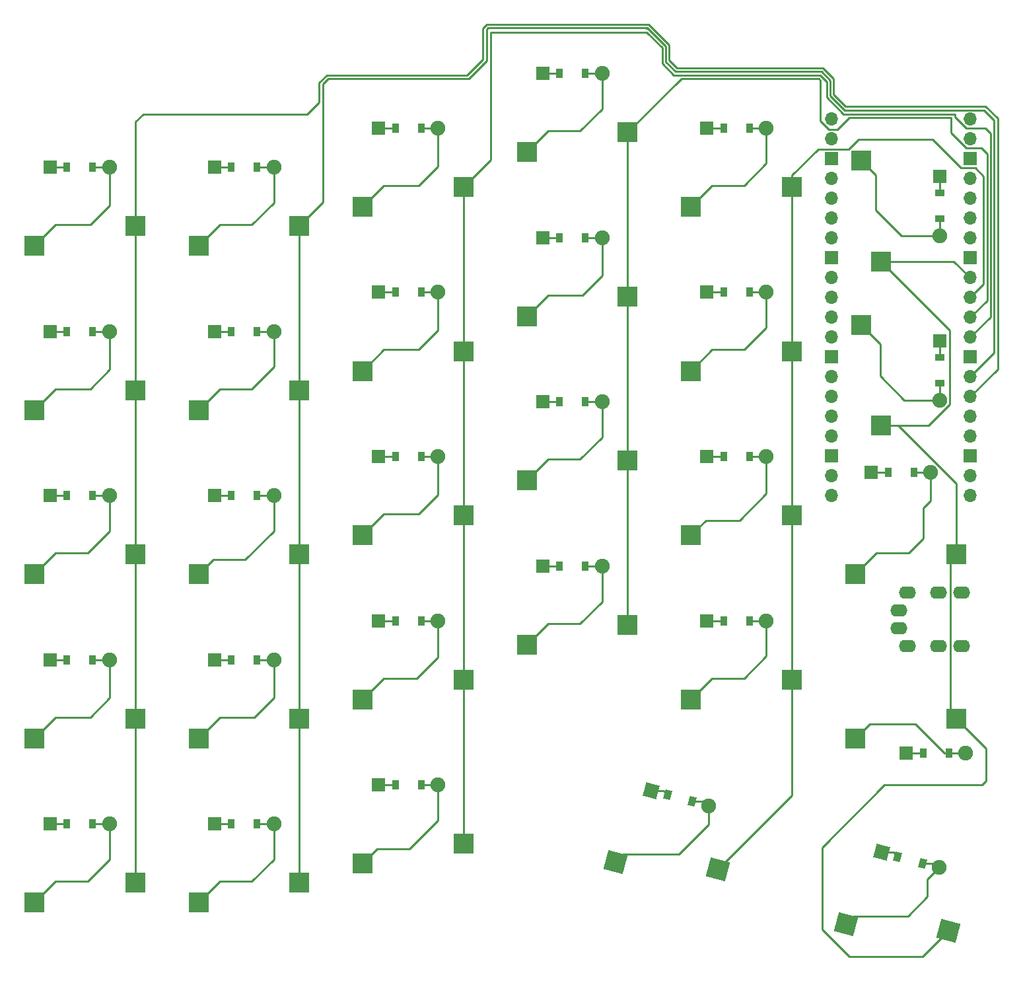
<source format=gbr>
%TF.GenerationSoftware,KiCad,Pcbnew,9.0.3-1.fc42*%
%TF.CreationDate,2025-08-09T15:12:38+02:00*%
%TF.ProjectId,left_traced,6c656674-5f74-4726-9163-65642e6b6963,v1.0.0*%
%TF.SameCoordinates,Original*%
%TF.FileFunction,Copper,L2,Bot*%
%TF.FilePolarity,Positive*%
%FSLAX46Y46*%
G04 Gerber Fmt 4.6, Leading zero omitted, Abs format (unit mm)*
G04 Created by KiCad (PCBNEW 9.0.3-1.fc42) date 2025-08-09 15:12:38*
%MOMM*%
%LPD*%
G01*
G04 APERTURE LIST*
G04 Aperture macros list*
%AMRotRect*
0 Rectangle, with rotation*
0 The origin of the aperture is its center*
0 $1 length*
0 $2 width*
0 $3 Rotation angle, in degrees counterclockwise*
0 Add horizontal line*
21,1,$1,$2,0,0,$3*%
G04 Aperture macros list end*
%TA.AperFunction,SMDPad,CuDef*%
%ADD10R,2.550000X2.500000*%
%TD*%
%TA.AperFunction,ComponentPad*%
%ADD11R,1.778000X1.778000*%
%TD*%
%TA.AperFunction,SMDPad,CuDef*%
%ADD12R,0.900000X1.200000*%
%TD*%
%TA.AperFunction,ComponentPad*%
%ADD13C,1.905000*%
%TD*%
%TA.AperFunction,ComponentPad*%
%ADD14RotRect,1.778000X1.778000X345.000000*%
%TD*%
%TA.AperFunction,SMDPad,CuDef*%
%ADD15RotRect,0.900000X1.200000X345.000000*%
%TD*%
%TA.AperFunction,ComponentPad*%
%ADD16O,2.200000X1.600000*%
%TD*%
%TA.AperFunction,SMDPad,CuDef*%
%ADD17R,1.200000X0.900000*%
%TD*%
%TA.AperFunction,SMDPad,CuDef*%
%ADD18R,2.500000X2.550000*%
%TD*%
%TA.AperFunction,SMDPad,CuDef*%
%ADD19RotRect,2.550000X2.500000X165.000000*%
%TD*%
%TA.AperFunction,ComponentPad*%
%ADD20O,1.700000X1.700000*%
%TD*%
%TA.AperFunction,ComponentPad*%
%ADD21R,1.700000X1.700000*%
%TD*%
%TA.AperFunction,Conductor*%
%ADD22C,0.250000*%
%TD*%
G04 APERTURE END LIST*
D10*
%TO.P,S24,1*%
%TO.N,GP11*%
X104435000Y-139390000D03*
%TO.P,S24,2*%
%TO.N,mirror_right_top*%
X91508000Y-141930000D03*
%TD*%
D11*
%TO.P,D22,1*%
%TO.N,GP19*%
X93540000Y-131850000D03*
D12*
X95700000Y-131850000D03*
%TO.P,D22,2*%
%TO.N,mirror_right_top*%
X99000000Y-131850000D03*
D13*
X101160000Y-131850000D03*
%TD*%
D11*
%TO.P,D8,1*%
%TO.N,GP20*%
X156690000Y-98800000D03*
D12*
X158850000Y-98800000D03*
%TO.P,D8,2*%
%TO.N,mirror_middle_num*%
X162150000Y-98800000D03*
D13*
X164310000Y-98800000D03*
%TD*%
D10*
%TO.P,S18,1*%
%TO.N,GP10*%
X125485000Y-160440000D03*
%TO.P,S18,2*%
%TO.N,mirror_pinky_home*%
X112558000Y-162980000D03*
%TD*%
D11*
%TO.P,D18,1*%
%TO.N,GP20*%
X114590000Y-110800000D03*
D12*
X116750000Y-110800000D03*
%TO.P,D18,2*%
%TO.N,mirror_pinky_num*%
X120050000Y-110800000D03*
D13*
X122210000Y-110800000D03*
%TD*%
D11*
%TO.P,D10,1*%
%TO.N,GP17*%
X135640000Y-168950000D03*
D12*
X137800000Y-168950000D03*
%TO.P,D10,2*%
%TO.N,mirror_ring_bottom*%
X141100000Y-168950000D03*
D13*
X143260000Y-168950000D03*
%TD*%
D14*
%TO.P,D25,1*%
%TO.N,GP16*%
X170585736Y-190700877D03*
D15*
X172672135Y-191259929D03*
%TO.P,D25,2*%
%TO.N,mirror_enter_default*%
X175859691Y-192114029D03*
D13*
X177946090Y-192673081D03*
%TD*%
D11*
%TO.P,D12,1*%
%TO.N,GP19*%
X135640000Y-126850000D03*
D12*
X137800000Y-126850000D03*
%TO.P,D12,2*%
%TO.N,mirror_ring_top*%
X141100000Y-126850000D03*
D13*
X143260000Y-126850000D03*
%TD*%
D11*
%TO.P,D14,1*%
%TO.N,GP16*%
X114590000Y-195000000D03*
D12*
X116750000Y-195000000D03*
%TO.P,D14,2*%
%TO.N,mirror_pinky_thumb*%
X120050000Y-195000000D03*
D13*
X122210000Y-195000000D03*
%TD*%
D10*
%TO.P,S1,1*%
%TO.N,GP6*%
X209685000Y-181490000D03*
%TO.P,S1,2*%
%TO.N,mirror_inner_bottom*%
X196758000Y-184030000D03*
%TD*%
D11*
%TO.P,D6,1*%
%TO.N,GP18*%
X156690000Y-140900000D03*
D12*
X158850000Y-140900000D03*
%TO.P,D6,2*%
%TO.N,mirror_middle_home*%
X162150000Y-140900000D03*
D13*
X164310000Y-140900000D03*
%TD*%
D11*
%TO.P,D19,1*%
%TO.N,GP16*%
X93540000Y-195000000D03*
D12*
X95700000Y-195000000D03*
%TO.P,D19,2*%
%TO.N,mirror_right_thumb*%
X99000000Y-195000000D03*
D13*
X101160000Y-195000000D03*
%TD*%
D11*
%TO.P,D16,1*%
%TO.N,GP18*%
X114590000Y-152900000D03*
D12*
X116750000Y-152900000D03*
%TO.P,D16,2*%
%TO.N,mirror_pinky_home*%
X120050000Y-152900000D03*
D13*
X122210000Y-152900000D03*
%TD*%
D11*
%TO.P,D20,1*%
%TO.N,GP17*%
X93540000Y-173950000D03*
D12*
X95700000Y-173950000D03*
%TO.P,D20,2*%
%TO.N,mirror_right_bottom*%
X99000000Y-173950000D03*
D13*
X101160000Y-173950000D03*
%TD*%
D14*
%TO.P,D24,1*%
%TO.N,GP16*%
X200118918Y-198614269D03*
D15*
X202205317Y-199173321D03*
%TO.P,D24,2*%
%TO.N,mirror_back_space_default*%
X205392873Y-200027421D03*
D13*
X207479272Y-200586473D03*
%TD*%
D10*
%TO.P,S9,1*%
%TO.N,GP8*%
X167585000Y-127390000D03*
%TO.P,S9,2*%
%TO.N,mirror_middle_top*%
X154658000Y-129930000D03*
%TD*%
%TO.P,S17,1*%
%TO.N,GP10*%
X125485000Y-181490000D03*
%TO.P,S17,2*%
%TO.N,mirror_pinky_bottom*%
X112558000Y-184030000D03*
%TD*%
D11*
%TO.P,D29,1*%
%TO.N,GP17*%
X203290000Y-185950000D03*
D12*
X205450000Y-185950000D03*
%TO.P,D29,2*%
%TO.N,mirror_inner_bottom*%
X208750000Y-185950000D03*
D13*
X210910000Y-185950000D03*
%TD*%
D10*
%TO.P,S4,1*%
%TO.N,GP7*%
X188635000Y-155440000D03*
%TO.P,S4,2*%
%TO.N,mirror_index_home*%
X175708000Y-157980000D03*
%TD*%
%TO.P,S3,1*%
%TO.N,GP7*%
X188635000Y-176490000D03*
%TO.P,S3,2*%
%TO.N,mirror_index_bottom*%
X175708000Y-179030000D03*
%TD*%
D11*
%TO.P,D21,1*%
%TO.N,GP18*%
X93540000Y-152900000D03*
D12*
X95700000Y-152900000D03*
%TO.P,D21,2*%
%TO.N,mirror_right_home*%
X99000000Y-152900000D03*
D13*
X101160000Y-152900000D03*
%TD*%
D16*
%TO.P,TRRS1,1*%
%TO.N,GP0*%
X202300000Y-167600000D03*
X202300000Y-169900000D03*
%TO.P,TRRS1,2*%
%TO.N,GP1*%
X203400000Y-165300000D03*
X203400000Y-172200000D03*
%TO.P,TRRS1,3*%
%TO.N,GND*%
X207400000Y-165300000D03*
X207400000Y-172200000D03*
%TO.P,TRRS1,4*%
%TO.N,3V3*%
X210400000Y-165300000D03*
X210400000Y-172200000D03*
%TD*%
D11*
%TO.P,D28,1*%
%TO.N,GP18*%
X198790000Y-149900000D03*
D12*
X200950000Y-149900000D03*
%TO.P,D28,2*%
%TO.N,mirror_inner_home*%
X204250000Y-149900000D03*
D13*
X206410000Y-149900000D03*
%TD*%
D11*
%TO.P,D3,1*%
%TO.N,GP19*%
X177740000Y-126850000D03*
D12*
X179900000Y-126850000D03*
%TO.P,D3,2*%
%TO.N,mirror_index_top*%
X183200000Y-126850000D03*
D13*
X185360000Y-126850000D03*
%TD*%
D10*
%TO.P,S15,1*%
%TO.N,GP9*%
X146535000Y-113340000D03*
%TO.P,S15,2*%
%TO.N,mirror_ring_num*%
X133608000Y-115880000D03*
%TD*%
%TO.P,S11,1*%
%TO.N,GP9*%
X146535000Y-197540000D03*
%TO.P,S11,2*%
%TO.N,mirror_ring_thumb*%
X133608000Y-200080000D03*
%TD*%
D11*
%TO.P,D11,1*%
%TO.N,GP18*%
X135640000Y-147900000D03*
D12*
X137800000Y-147900000D03*
%TO.P,D11,2*%
%TO.N,mirror_ring_home*%
X141100000Y-147900000D03*
D13*
X143260000Y-147900000D03*
%TD*%
D10*
%TO.P,S22,1*%
%TO.N,GP11*%
X104435000Y-181490000D03*
%TO.P,S22,2*%
%TO.N,mirror_right_bottom*%
X91508000Y-184030000D03*
%TD*%
D11*
%TO.P,D26,1*%
%TO.N,GP19*%
X207600000Y-133040000D03*
D17*
X207600000Y-135200000D03*
%TO.P,D26,2*%
%TO.N,mirror_inner_top*%
X207600000Y-138500000D03*
D13*
X207600000Y-140660000D03*
%TD*%
D11*
%TO.P,D15,1*%
%TO.N,GP17*%
X114590000Y-173950000D03*
D12*
X116750000Y-173950000D03*
%TO.P,D15,2*%
%TO.N,mirror_pinky_bottom*%
X120050000Y-173950000D03*
D13*
X122210000Y-173950000D03*
%TD*%
D10*
%TO.P,S12,1*%
%TO.N,GP9*%
X146535000Y-176490000D03*
%TO.P,S12,2*%
%TO.N,mirror_ring_bottom*%
X133608000Y-179030000D03*
%TD*%
D11*
%TO.P,D13,1*%
%TO.N,GP20*%
X135640000Y-105800000D03*
D12*
X137800000Y-105800000D03*
%TO.P,D13,2*%
%TO.N,mirror_ring_num*%
X141100000Y-105800000D03*
D13*
X143260000Y-105800000D03*
%TD*%
D18*
%TO.P,S29,1*%
%TO.N,GP6*%
X200060000Y-122885000D03*
%TO.P,S29,2*%
%TO.N,mirror_inner_num*%
X197520000Y-109958000D03*
%TD*%
D10*
%TO.P,S21,1*%
%TO.N,GP11*%
X104435000Y-202540000D03*
%TO.P,S21,2*%
%TO.N,mirror_right_thumb*%
X91508000Y-205080000D03*
%TD*%
%TO.P,S14,1*%
%TO.N,GP9*%
X146535000Y-134390000D03*
%TO.P,S14,2*%
%TO.N,mirror_ring_top*%
X133608000Y-136930000D03*
%TD*%
%TO.P,S16,1*%
%TO.N,GP10*%
X125485000Y-202540000D03*
%TO.P,S16,2*%
%TO.N,mirror_pinky_thumb*%
X112558000Y-205080000D03*
%TD*%
%TO.P,S25,1*%
%TO.N,GP11*%
X104435000Y-118340000D03*
%TO.P,S25,2*%
%TO.N,mirror_right_num*%
X91508000Y-120880000D03*
%TD*%
%TO.P,S8,1*%
%TO.N,GP8*%
X167585000Y-148440000D03*
%TO.P,S8,2*%
%TO.N,mirror_middle_home*%
X154658000Y-150980000D03*
%TD*%
D11*
%TO.P,D9,1*%
%TO.N,GP16*%
X135640000Y-190000000D03*
D12*
X137800000Y-190000000D03*
%TO.P,D9,2*%
%TO.N,mirror_ring_thumb*%
X141100000Y-190000000D03*
D13*
X143260000Y-190000000D03*
%TD*%
D11*
%TO.P,D17,1*%
%TO.N,GP19*%
X114590000Y-131850000D03*
D12*
X116750000Y-131850000D03*
%TO.P,D17,2*%
%TO.N,mirror_pinky_top*%
X120050000Y-131850000D03*
D13*
X122210000Y-131850000D03*
%TD*%
D10*
%TO.P,S2,1*%
%TO.N,GP6*%
X209685000Y-160440000D03*
%TO.P,S2,2*%
%TO.N,mirror_inner_home*%
X196758000Y-162980000D03*
%TD*%
D11*
%TO.P,D2,1*%
%TO.N,GP18*%
X177740000Y-147900000D03*
D12*
X179900000Y-147900000D03*
%TO.P,D2,2*%
%TO.N,mirror_index_home*%
X183200000Y-147900000D03*
D13*
X185360000Y-147900000D03*
%TD*%
D10*
%TO.P,S5,1*%
%TO.N,GP7*%
X188635000Y-134390000D03*
%TO.P,S5,2*%
%TO.N,mirror_index_top*%
X175708000Y-136930000D03*
%TD*%
D19*
%TO.P,S27,1*%
%TO.N,GP7*%
X179158002Y-200803793D03*
%TO.P,S27,2*%
%TO.N,mirror_enter_default*%
X166014079Y-199911490D03*
%TD*%
D10*
%TO.P,S23,1*%
%TO.N,GP11*%
X104435000Y-160440000D03*
%TO.P,S23,2*%
%TO.N,mirror_right_home*%
X91508000Y-162980000D03*
%TD*%
D11*
%TO.P,D4,1*%
%TO.N,GP20*%
X177740000Y-105800000D03*
D12*
X179900000Y-105800000D03*
%TO.P,D4,2*%
%TO.N,mirror_index_num*%
X183200000Y-105800000D03*
D13*
X185360000Y-105800000D03*
%TD*%
D10*
%TO.P,S19,1*%
%TO.N,GP10*%
X125485000Y-139390000D03*
%TO.P,S19,2*%
%TO.N,mirror_pinky_top*%
X112558000Y-141930000D03*
%TD*%
D20*
%TO.P,_1,1*%
%TO.N,GP0*%
X211490000Y-104670000D03*
%TO.P,_1,2*%
%TO.N,GP1*%
X211490000Y-107210000D03*
D21*
%TO.P,_1,3*%
%TO.N,GND*%
X211490000Y-109750000D03*
D20*
%TO.P,_1,4*%
%TO.N,GP2*%
X211490000Y-112290000D03*
%TO.P,_1,5*%
%TO.N,GP3*%
X211490000Y-114830000D03*
%TO.P,_1,6*%
%TO.N,GP4*%
X211490000Y-117370000D03*
%TO.P,_1,7*%
%TO.N,GP5*%
X211490000Y-119910000D03*
D21*
%TO.P,_1,8*%
%TO.N,GND*%
X211490000Y-122450000D03*
D20*
%TO.P,_1,9*%
%TO.N,GP6*%
X211490000Y-124990000D03*
%TO.P,_1,10*%
%TO.N,GP7*%
X211490000Y-127530000D03*
%TO.P,_1,11*%
%TO.N,GP8*%
X211490000Y-130070000D03*
%TO.P,_1,12*%
%TO.N,GP9*%
X211490000Y-132610000D03*
D21*
%TO.P,_1,13*%
%TO.N,GND*%
X211490000Y-135150000D03*
D20*
%TO.P,_1,14*%
%TO.N,GP10*%
X211490000Y-137690000D03*
%TO.P,_1,15*%
%TO.N,GP11*%
X211490000Y-140230000D03*
%TO.P,_1,16*%
%TO.N,GP12*%
X211490000Y-142770000D03*
%TO.P,_1,17*%
%TO.N,GP13*%
X211490000Y-145310000D03*
D21*
%TO.P,_1,18*%
%TO.N,GND*%
X211490000Y-147850000D03*
D20*
%TO.P,_1,19*%
%TO.N,GP14*%
X211490000Y-150390000D03*
%TO.P,_1,20*%
%TO.N,GP15*%
X211490000Y-152930000D03*
%TO.P,_1,21*%
%TO.N,GP16*%
X193710000Y-152930000D03*
%TO.P,_1,22*%
%TO.N,GP17*%
X193710000Y-150390000D03*
D21*
%TO.P,_1,23*%
%TO.N,GND*%
X193710000Y-147850000D03*
D20*
%TO.P,_1,24*%
%TO.N,GP18*%
X193710000Y-145310000D03*
%TO.P,_1,25*%
%TO.N,GP19*%
X193710000Y-142770000D03*
%TO.P,_1,26*%
%TO.N,GP20*%
X193710000Y-140230000D03*
%TO.P,_1,27*%
%TO.N,GP21*%
X193710000Y-137690000D03*
D21*
%TO.P,_1,28*%
%TO.N,GND*%
X193710000Y-135150000D03*
D20*
%TO.P,_1,29*%
%TO.N,GP22*%
X193710000Y-132610000D03*
%TO.P,_1,30*%
%TO.N,RUN*%
X193710000Y-130070000D03*
%TO.P,_1,31*%
%TO.N,GP26*%
X193710000Y-127530000D03*
%TO.P,_1,32*%
%TO.N,GP27*%
X193710000Y-124990000D03*
D21*
%TO.P,_1,33*%
%TO.N,AGND*%
X193710000Y-122450000D03*
D20*
%TO.P,_1,34*%
%TO.N,GP28*%
X193710000Y-119910000D03*
%TO.P,_1,35*%
%TO.N,ADC_VREF*%
X193710000Y-117370000D03*
%TO.P,_1,36*%
%TO.N,3V3*%
X193710000Y-114830000D03*
%TO.P,_1,37*%
%TO.N,3V3_EN*%
X193710000Y-112290000D03*
D21*
%TO.P,_1,38*%
%TO.N,GND*%
X193710000Y-109750000D03*
D20*
%TO.P,_1,39*%
%TO.N,VSYS*%
X193710000Y-107210000D03*
%TO.P,_1,40*%
%TO.N,VBUS*%
X193710000Y-104670000D03*
%TD*%
D11*
%TO.P,D27,1*%
%TO.N,GP20*%
X207600000Y-111990000D03*
D17*
X207600000Y-114150000D03*
%TO.P,D27,2*%
%TO.N,mirror_inner_num*%
X207600000Y-117450000D03*
D13*
X207600000Y-119610000D03*
%TD*%
D10*
%TO.P,S6,1*%
%TO.N,GP7*%
X188635000Y-113340000D03*
%TO.P,S6,2*%
%TO.N,mirror_index_num*%
X175708000Y-115880000D03*
%TD*%
D11*
%TO.P,D7,1*%
%TO.N,GP19*%
X156690000Y-119850000D03*
D12*
X158850000Y-119850000D03*
%TO.P,D7,2*%
%TO.N,mirror_middle_top*%
X162150000Y-119850000D03*
D13*
X164310000Y-119850000D03*
%TD*%
D18*
%TO.P,S28,1*%
%TO.N,GP6*%
X200060000Y-143935000D03*
%TO.P,S28,2*%
%TO.N,mirror_inner_top*%
X197520000Y-131008000D03*
%TD*%
D10*
%TO.P,S10,1*%
%TO.N,GP8*%
X167585000Y-106340000D03*
%TO.P,S10,2*%
%TO.N,mirror_middle_num*%
X154658000Y-108880000D03*
%TD*%
%TO.P,S20,1*%
%TO.N,GP10*%
X125485000Y-118340000D03*
%TO.P,S20,2*%
%TO.N,mirror_pinky_num*%
X112558000Y-120880000D03*
%TD*%
D11*
%TO.P,D5,1*%
%TO.N,GP17*%
X156690000Y-161950000D03*
D12*
X158850000Y-161950000D03*
%TO.P,D5,2*%
%TO.N,mirror_middle_bottom*%
X162150000Y-161950000D03*
D13*
X164310000Y-161950000D03*
%TD*%
D10*
%TO.P,S13,1*%
%TO.N,GP9*%
X146535000Y-155440000D03*
%TO.P,S13,2*%
%TO.N,mirror_ring_home*%
X133608000Y-157980000D03*
%TD*%
%TO.P,S7,1*%
%TO.N,GP8*%
X167585000Y-169490000D03*
%TO.P,S7,2*%
%TO.N,mirror_middle_bottom*%
X154658000Y-172030000D03*
%TD*%
D11*
%TO.P,D23,1*%
%TO.N,GP20*%
X93540000Y-110800000D03*
D12*
X95700000Y-110800000D03*
%TO.P,D23,2*%
%TO.N,mirror_right_num*%
X99000000Y-110800000D03*
D13*
X101160000Y-110800000D03*
%TD*%
D11*
%TO.P,D1,1*%
%TO.N,GP17*%
X177740000Y-168950000D03*
D12*
X179900000Y-168950000D03*
%TO.P,D1,2*%
%TO.N,mirror_index_bottom*%
X183200000Y-168950000D03*
D13*
X185360000Y-168950000D03*
%TD*%
D19*
%TO.P,S26,1*%
%TO.N,GP6*%
X208691184Y-208717185D03*
%TO.P,S26,2*%
%TO.N,mirror_back_space_default*%
X195547261Y-207824882D03*
%TD*%
D22*
%TO.N,GP6*%
X202253073Y-143935000D02*
X200060000Y-143935000D01*
X209685000Y-151366927D02*
X202253073Y-143935000D01*
X192500000Y-198000000D02*
X200500000Y-190000000D01*
X209385000Y-122885000D02*
X211490000Y-124990000D01*
X192500000Y-208500000D02*
X192500000Y-198000000D01*
X209685000Y-160440000D02*
X209685000Y-151366927D01*
X208878500Y-131703500D02*
X200060000Y-122885000D01*
X200500000Y-190000000D02*
X213000000Y-190000000D01*
X208974000Y-180779000D02*
X208974000Y-161151000D01*
X200060000Y-122885000D02*
X209385000Y-122885000D01*
X213500000Y-185305000D02*
X209685000Y-181490000D01*
X213000000Y-190000000D02*
X213500000Y-189500000D01*
X208691184Y-208717185D02*
X205408369Y-212000000D01*
X208974000Y-161151000D02*
X209685000Y-160440000D01*
X200060000Y-143935000D02*
X206133073Y-143935000D01*
X213500000Y-189500000D02*
X213500000Y-185305000D01*
X208878500Y-141189573D02*
X208878500Y-131703500D01*
X209685000Y-181490000D02*
X208974000Y-180779000D01*
X205408369Y-212000000D02*
X196000000Y-212000000D01*
X206133073Y-143935000D02*
X208878500Y-141189573D01*
X209526000Y-181649000D02*
X209685000Y-181490000D01*
X196000000Y-212000000D02*
X192500000Y-208500000D01*
%TO.N,mirror_inner_bottom*%
X208750000Y-185950000D02*
X210910000Y-185950000D01*
X198634000Y-182154000D02*
X204420935Y-182154000D01*
X208216935Y-185950000D02*
X208750000Y-185950000D01*
X196758000Y-184030000D02*
X198634000Y-182154000D01*
X204420935Y-182154000D02*
X208216935Y-185950000D01*
%TO.N,mirror_inner_home*%
X205500000Y-154500000D02*
X206410000Y-153590000D01*
X206410000Y-153590000D02*
X206410000Y-149900000D01*
X196758000Y-162980000D02*
X199468100Y-160269900D01*
X205500000Y-158351545D02*
X205500000Y-154500000D01*
X203581645Y-160269900D02*
X205500000Y-158351545D01*
X199468100Y-160269900D02*
X203581645Y-160269900D01*
X204250000Y-149900000D02*
X206410000Y-149900000D01*
%TO.N,GP7*%
X188635000Y-176490000D02*
X188635000Y-155440000D01*
X206648463Y-107260463D02*
X210314000Y-110926000D01*
X213196000Y-112000000D02*
X213196000Y-125824000D01*
X188635000Y-113340000D02*
X188635000Y-111840000D01*
X191975000Y-108500000D02*
X195944000Y-108500000D01*
X195944000Y-108500000D02*
X197183537Y-107260463D01*
X212122000Y-110926000D02*
X213196000Y-112000000D01*
X188635000Y-155440000D02*
X188635000Y-134390000D01*
X188635000Y-111840000D02*
X191975000Y-108500000D01*
X213196000Y-125824000D02*
X211490000Y-127530000D01*
X188635000Y-191326795D02*
X188635000Y-176490000D01*
X210314000Y-110926000D02*
X212122000Y-110926000D01*
X197183537Y-107260463D02*
X206648463Y-107260463D01*
X179158002Y-200803793D02*
X188635000Y-191326795D01*
X188635000Y-134390000D02*
X188635000Y-113340000D01*
%TO.N,mirror_index_bottom*%
X178418100Y-176319900D02*
X182531645Y-176319900D01*
X183200000Y-168950000D02*
X185360000Y-168950000D01*
X175708000Y-179030000D02*
X178418100Y-176319900D01*
X182531645Y-176319900D02*
X185360000Y-173491545D01*
X185360000Y-173491545D02*
X185360000Y-168950000D01*
%TO.N,mirror_index_home*%
X185360000Y-152640000D02*
X185360000Y-147900000D01*
X183200000Y-147900000D02*
X185360000Y-147900000D01*
X177584000Y-156104000D02*
X181896000Y-156104000D01*
X175708000Y-157980000D02*
X177584000Y-156104000D01*
X181896000Y-156104000D02*
X185360000Y-152640000D01*
%TO.N,mirror_index_top*%
X182531645Y-134219900D02*
X185360000Y-131391545D01*
X185360000Y-131391545D02*
X185360000Y-126850000D01*
X175708000Y-136930000D02*
X178418100Y-134219900D01*
X185360000Y-126850000D02*
X183200000Y-126850000D01*
X178418100Y-134219900D02*
X182531645Y-134219900D01*
%TO.N,mirror_index_num*%
X183200000Y-105800000D02*
X185360000Y-105800000D01*
X182531645Y-113169900D02*
X185360000Y-110341545D01*
X175708000Y-115880000D02*
X178418100Y-113169900D01*
X178418100Y-113169900D02*
X182531645Y-113169900D01*
X185360000Y-110341545D02*
X185360000Y-105800000D01*
%TO.N,GP8*%
X212886000Y-108386000D02*
X213647000Y-109147000D01*
X213647000Y-109147000D02*
X213647000Y-127913000D01*
X174474000Y-99451000D02*
X174500000Y-99451000D01*
X192293285Y-104916401D02*
X193376884Y-106000000D01*
X193376884Y-106000000D02*
X194451000Y-106000000D01*
X213647000Y-127913000D02*
X211490000Y-130070000D01*
X209000000Y-104500000D02*
X209000000Y-106383116D01*
X167585000Y-148440000D02*
X167585000Y-127390000D01*
X174500000Y-99451000D02*
X174549000Y-99500000D01*
X209000000Y-106383116D02*
X211002884Y-108386000D01*
X211002884Y-108386000D02*
X212886000Y-108386000D01*
X192086570Y-99500000D02*
X192293285Y-99706715D01*
X167585000Y-106340000D02*
X174474000Y-99451000D01*
X194451000Y-106000000D02*
X196000000Y-104451000D01*
X167585000Y-169490000D02*
X167585000Y-148440000D01*
X174549000Y-99500000D02*
X192086570Y-99500000D01*
X196000000Y-104451000D02*
X208951000Y-104451000D01*
X208951000Y-104451000D02*
X209000000Y-104500000D01*
X167585000Y-127390000D02*
X167585000Y-106340000D01*
X192293285Y-99706715D02*
X192293285Y-104916401D01*
%TO.N,mirror_middle_bottom*%
X154658000Y-172030000D02*
X157368100Y-169319900D01*
X162150000Y-161950000D02*
X164310000Y-161950000D01*
X164310000Y-166491545D02*
X164310000Y-161950000D01*
X161481645Y-169319900D02*
X164310000Y-166491545D01*
X157368100Y-169319900D02*
X161481645Y-169319900D01*
%TO.N,mirror_middle_home*%
X157368100Y-148269900D02*
X161481645Y-148269900D01*
X164310000Y-145441545D02*
X164310000Y-140900000D01*
X161481645Y-148269900D02*
X164310000Y-145441545D01*
X162150000Y-140900000D02*
X164310000Y-140900000D01*
X154658000Y-150980000D02*
X157368100Y-148269900D01*
%TO.N,mirror_middle_top*%
X161827035Y-127219900D02*
X164310000Y-124736935D01*
X154658000Y-129930000D02*
X157368100Y-127219900D01*
X164310000Y-124736935D02*
X164310000Y-119850000D01*
X157368100Y-127219900D02*
X161827035Y-127219900D01*
X162150000Y-119850000D02*
X164310000Y-119850000D01*
%TO.N,mirror_middle_num*%
X154658000Y-108880000D02*
X157368100Y-106169900D01*
X157368100Y-106169900D02*
X161481645Y-106169900D01*
X164310000Y-103341545D02*
X164310000Y-98800000D01*
X161481645Y-106169900D02*
X164310000Y-103341545D01*
X162150000Y-98800000D02*
X164310000Y-98800000D01*
%TO.N,GP9*%
X172000000Y-95500000D02*
X172000000Y-97500000D01*
X170000000Y-93500000D02*
X172000000Y-95500000D01*
X146535000Y-134390000D02*
X146535000Y-155440000D01*
X150000000Y-109875000D02*
X150000000Y-93500000D01*
X214098000Y-106500000D02*
X214098000Y-130002000D01*
X211002884Y-105846000D02*
X213444000Y-105846000D01*
X193098000Y-99873620D02*
X193098000Y-101873620D01*
X214098000Y-130002000D02*
X211490000Y-132610000D01*
X213444000Y-105846000D02*
X214098000Y-106500000D01*
X146535000Y-113340000D02*
X149437500Y-110437500D01*
X209500000Y-104343116D02*
X211002884Y-105846000D01*
X150000000Y-93500000D02*
X170000000Y-93500000D01*
X209500000Y-104000000D02*
X209500000Y-104343116D01*
X172000000Y-97500000D02*
X173500000Y-99000000D01*
X146535000Y-176490000D02*
X146535000Y-197540000D01*
X195224380Y-104000000D02*
X209500000Y-104000000D01*
X173500000Y-99000000D02*
X192224380Y-99000000D01*
X146535000Y-155440000D02*
X146535000Y-176490000D01*
X192224380Y-99000000D02*
X193098000Y-99873620D01*
X149437500Y-110437500D02*
X150000000Y-109875000D01*
X193098000Y-101873620D02*
X195224380Y-104000000D01*
X149437500Y-110437500D02*
X149500000Y-110375000D01*
X146535000Y-113340000D02*
X146535000Y-134390000D01*
%TO.N,mirror_ring_thumb*%
X133608000Y-200080000D02*
X135484000Y-198204000D01*
X139597545Y-198204000D02*
X143260000Y-194541545D01*
X143260000Y-194541545D02*
X143260000Y-190000000D01*
X135484000Y-198204000D02*
X139597545Y-198204000D01*
X141100000Y-190000000D02*
X143260000Y-190000000D01*
%TO.N,mirror_ring_bottom*%
X133608000Y-179030000D02*
X136318100Y-176319900D01*
X143260000Y-173591545D02*
X143260000Y-168950000D01*
X141100000Y-168950000D02*
X143260000Y-168950000D01*
X136318100Y-176319900D02*
X140531645Y-176319900D01*
X140531645Y-176319900D02*
X143260000Y-173591545D01*
%TO.N,mirror_ring_home*%
X141100000Y-147900000D02*
X143260000Y-147900000D01*
X136318100Y-155269900D02*
X140777035Y-155269900D01*
X143260000Y-152786935D02*
X143260000Y-147900000D01*
X140777035Y-155269900D02*
X143260000Y-152786935D01*
X133608000Y-157980000D02*
X136318100Y-155269900D01*
%TO.N,mirror_ring_top*%
X143260000Y-131736935D02*
X143260000Y-126850000D01*
X140777035Y-134219900D02*
X143260000Y-131736935D01*
X133608000Y-136930000D02*
X136318100Y-134219900D01*
X136318100Y-134219900D02*
X140777035Y-134219900D01*
X141100000Y-126850000D02*
X143260000Y-126850000D01*
%TO.N,mirror_ring_num*%
X140777035Y-113169900D02*
X143260000Y-110686935D01*
X133608000Y-115880000D02*
X136318100Y-113169900D01*
X136318100Y-113169900D02*
X140777035Y-113169900D01*
X143260000Y-110686935D02*
X143260000Y-105800000D01*
X141100000Y-105800000D02*
X143260000Y-105800000D01*
%TO.N,GP10*%
X149500000Y-93500000D02*
X149500000Y-93137810D01*
X193549000Y-99686810D02*
X193549000Y-101686810D01*
X169951000Y-92951000D02*
X170000000Y-93000000D01*
X149500000Y-97137810D02*
X149500000Y-93500000D01*
X125485000Y-139390000D02*
X125485000Y-118340000D01*
X173686810Y-98549000D02*
X192411190Y-98549000D01*
X148568905Y-98068905D02*
X149500000Y-97137810D01*
X170088810Y-92951000D02*
X172451000Y-95313190D01*
X172451000Y-95313190D02*
X172451000Y-97313190D01*
X200000000Y-103500000D02*
X200006000Y-103494000D01*
X125485000Y-202540000D02*
X125485000Y-181490000D01*
X213280190Y-103494000D02*
X214549000Y-104762810D01*
X128500000Y-100137810D02*
X129186810Y-99451000D01*
X195362190Y-103500000D02*
X200000000Y-103500000D01*
X125485000Y-181490000D02*
X125485000Y-160440000D01*
X192411190Y-98549000D02*
X193549000Y-99686810D01*
X169500000Y-92951000D02*
X169951000Y-92951000D01*
X148568905Y-98068905D02*
X149000000Y-97637810D01*
X127162500Y-116662500D02*
X127500000Y-116325000D01*
X125485000Y-160440000D02*
X125485000Y-139390000D01*
X128500000Y-115325000D02*
X128500000Y-100137810D01*
X150000000Y-92951000D02*
X169500000Y-92951000D01*
X200006000Y-103494000D02*
X213280190Y-103494000D01*
X127162500Y-116662500D02*
X128500000Y-115325000D01*
X129186810Y-99451000D02*
X147186810Y-99451000D01*
X214549000Y-104762810D02*
X214549000Y-134631000D01*
X169500000Y-92951000D02*
X170088810Y-92951000D01*
X149500000Y-93137810D02*
X149686810Y-92951000D01*
X125485000Y-118340000D02*
X127162500Y-116662500D01*
X147186810Y-99451000D02*
X148568905Y-98068905D01*
X149686810Y-92951000D02*
X150000000Y-92951000D01*
X172451000Y-97313190D02*
X173686810Y-98549000D01*
X214549000Y-134631000D02*
X211490000Y-137690000D01*
X193549000Y-101686810D02*
X195362190Y-103500000D01*
%TO.N,mirror_pinky_thumb*%
X112558000Y-205080000D02*
X115268100Y-202369900D01*
X120050000Y-195000000D02*
X122210000Y-195000000D01*
X119381645Y-202369900D02*
X122210000Y-199541545D01*
X122210000Y-199541545D02*
X122210000Y-195000000D01*
X115268100Y-202369900D02*
X119381645Y-202369900D01*
%TO.N,mirror_pinky_bottom*%
X112558000Y-184030000D02*
X115268100Y-181319900D01*
X119680100Y-181319900D02*
X122210000Y-178790000D01*
X115268100Y-181319900D02*
X119680100Y-181319900D01*
X122210000Y-178790000D02*
X122210000Y-173950000D01*
X120050000Y-173950000D02*
X122210000Y-173950000D01*
%TO.N,mirror_pinky_home*%
X122210000Y-157441545D02*
X122210000Y-152900000D01*
X114434000Y-161104000D02*
X118547545Y-161104000D01*
X120050000Y-152900000D02*
X122210000Y-152900000D01*
X112558000Y-162980000D02*
X114434000Y-161104000D01*
X118547545Y-161104000D02*
X122210000Y-157441545D01*
%TO.N,mirror_pinky_top*%
X122210000Y-136391545D02*
X122210000Y-131850000D01*
X119381645Y-139219900D02*
X122210000Y-136391545D01*
X112558000Y-141930000D02*
X115268100Y-139219900D01*
X115268100Y-139219900D02*
X119381645Y-139219900D01*
X120050000Y-131850000D02*
X122210000Y-131850000D01*
%TO.N,mirror_pinky_num*%
X112558000Y-120880000D02*
X115268100Y-118169900D01*
X115268100Y-118169900D02*
X119381645Y-118169900D01*
X119381645Y-118169900D02*
X122210000Y-115341545D01*
X122210000Y-110800000D02*
X120050000Y-110800000D01*
X122210000Y-115341545D02*
X122210000Y-110800000D01*
%TO.N,GP11*%
X172902000Y-95126380D02*
X172902000Y-97126380D01*
X149000000Y-97000000D02*
X149000000Y-93000000D01*
X128000000Y-102500000D02*
X128000000Y-100000000D01*
X129000000Y-99000000D02*
X147000000Y-99000000D01*
X194000000Y-99500000D02*
X194000000Y-101500000D01*
X104435000Y-113500000D02*
X104435000Y-105065000D01*
X104435000Y-202540000D02*
X104435000Y-181490000D01*
X215000000Y-104576000D02*
X215000000Y-136720000D01*
X104435000Y-105065000D02*
X104500000Y-105000000D01*
X172902000Y-97126380D02*
X173873620Y-98098000D01*
X104435000Y-139390000D02*
X104435000Y-118340000D01*
X173873620Y-98098000D02*
X192598000Y-98098000D01*
X128000000Y-100000000D02*
X129000000Y-99000000D01*
X192598000Y-98098000D02*
X194000000Y-99500000D01*
X149000000Y-93000000D02*
X149500000Y-92500000D01*
X104435000Y-118340000D02*
X104435000Y-113500000D01*
X104435000Y-160440000D02*
X104435000Y-139390000D01*
X147000000Y-99000000D02*
X148000000Y-98000000D01*
X104435000Y-113500000D02*
X104435000Y-113041000D01*
X195500000Y-103000000D02*
X213424000Y-103000000D01*
X125500000Y-104000000D02*
X126500000Y-104000000D01*
X125500000Y-104000000D02*
X126000000Y-104000000D01*
X149500000Y-92500000D02*
X170275620Y-92500000D01*
X148000000Y-98000000D02*
X149000000Y-97000000D01*
X215000000Y-136720000D02*
X211490000Y-140230000D01*
X105500000Y-104000000D02*
X125500000Y-104000000D01*
X126500000Y-104000000D02*
X128000000Y-102500000D01*
X194000000Y-101500000D02*
X195500000Y-103000000D01*
X104435000Y-181490000D02*
X104435000Y-160440000D01*
X148000000Y-98000000D02*
X148500000Y-97500000D01*
X104500000Y-105000000D02*
X105500000Y-104000000D01*
X170275620Y-92500000D02*
X172902000Y-95126380D01*
X213424000Y-103000000D02*
X215000000Y-104576000D01*
%TO.N,mirror_right_thumb*%
X99000000Y-195000000D02*
X101160000Y-195000000D01*
X98331645Y-202369900D02*
X101160000Y-199541545D01*
X94218100Y-202369900D02*
X98331645Y-202369900D01*
X101160000Y-199541545D02*
X101160000Y-195000000D01*
X91508000Y-205080000D02*
X94218100Y-202369900D01*
%TO.N,mirror_right_bottom*%
X99000000Y-173950000D02*
X101160000Y-173950000D01*
X94218100Y-181319900D02*
X98677035Y-181319900D01*
X98677035Y-181319900D02*
X101160000Y-178836935D01*
X101160000Y-178836935D02*
X101160000Y-173950000D01*
X91508000Y-184030000D02*
X94218100Y-181319900D01*
%TO.N,mirror_right_home*%
X101160000Y-157441545D02*
X101160000Y-152900000D01*
X98331645Y-160269900D02*
X101160000Y-157441545D01*
X99000000Y-152900000D02*
X101160000Y-152900000D01*
X91508000Y-162980000D02*
X94218100Y-160269900D01*
X94218100Y-160269900D02*
X98331645Y-160269900D01*
%TO.N,mirror_right_top*%
X91508000Y-141930000D02*
X94218100Y-139219900D01*
X99000000Y-131850000D02*
X101160000Y-131850000D01*
X98677035Y-139219900D02*
X101160000Y-136736935D01*
X101160000Y-136736935D02*
X101160000Y-131850000D01*
X94218100Y-139219900D02*
X98677035Y-139219900D01*
%TO.N,mirror_right_num*%
X101160000Y-110800000D02*
X99000000Y-110800000D01*
X91508000Y-120880000D02*
X94218100Y-118169900D01*
X98677035Y-118169900D02*
X101160000Y-115686935D01*
X101160000Y-115686935D02*
X101160000Y-110800000D01*
X94218100Y-118169900D02*
X98677035Y-118169900D01*
%TO.N,mirror_back_space_default*%
X195547261Y-207824882D02*
X196572243Y-206799900D01*
X206000000Y-202065744D02*
X207479272Y-200586472D01*
X206920222Y-200027422D02*
X207479272Y-200586472D01*
X196572243Y-206799900D02*
X203486645Y-206799900D01*
X206000000Y-204286545D02*
X206000000Y-202065744D01*
X203486645Y-206799900D02*
X206000000Y-204286545D01*
X205392873Y-200027422D02*
X206920222Y-200027422D01*
%TO.N,mirror_enter_default*%
X175859691Y-192114030D02*
X177387040Y-192114030D01*
X177387040Y-192114030D02*
X177946090Y-192673080D01*
X177946090Y-195053910D02*
X177946090Y-192673080D01*
X166014079Y-199911490D02*
X167039061Y-198886508D01*
X174113492Y-198886508D02*
X177946090Y-195053910D01*
X167039061Y-198886508D02*
X174113492Y-198886508D01*
%TO.N,mirror_inner_top*%
X203058455Y-140660000D02*
X207600000Y-140660000D01*
X200000000Y-137601545D02*
X203058455Y-140660000D01*
X197520000Y-131008000D02*
X200000000Y-133488000D01*
X200000000Y-133488000D02*
X200000000Y-137601545D01*
X207600000Y-138500000D02*
X207600000Y-140660000D01*
%TO.N,mirror_inner_num*%
X199396000Y-116292935D02*
X202713065Y-119610000D01*
X197520000Y-109958000D02*
X199396000Y-111834000D01*
X202713065Y-119610000D02*
X207600000Y-119610000D01*
X207600000Y-117450000D02*
X207600000Y-119610000D01*
X199396000Y-111834000D02*
X199396000Y-116292935D01*
%TO.N,GP17*%
X177740000Y-168950000D02*
X179900000Y-168950000D01*
X114590000Y-173950000D02*
X116750000Y-173950000D01*
X135640000Y-168950000D02*
X137800000Y-168950000D01*
X203290000Y-185950000D02*
X205450000Y-185950000D01*
X156690000Y-161950000D02*
X158850000Y-161950000D01*
X93540000Y-173950000D02*
X95700000Y-173950000D01*
%TO.N,GP18*%
X198790000Y-149900000D02*
X200950000Y-149900000D01*
X93540000Y-152900000D02*
X95700000Y-152900000D01*
X135640000Y-147900000D02*
X137800000Y-147900000D01*
X177740000Y-147900000D02*
X179900000Y-147900000D01*
X156690000Y-140900000D02*
X158850000Y-140900000D01*
X114590000Y-152900000D02*
X116750000Y-152900000D01*
%TO.N,GP19*%
X93540000Y-131850000D02*
X95700000Y-131850000D01*
X156690000Y-119850000D02*
X158850000Y-119850000D01*
X135640000Y-126850000D02*
X137800000Y-126850000D01*
X114590000Y-131850000D02*
X116750000Y-131850000D01*
X207600000Y-133040000D02*
X207600000Y-135200000D01*
X179900000Y-126850000D02*
X177740000Y-126850000D01*
%TO.N,GP20*%
X95700000Y-110800000D02*
X93540000Y-110800000D01*
X135640000Y-105800000D02*
X137800000Y-105800000D01*
X156690000Y-98800000D02*
X158850000Y-98800000D01*
X177740000Y-105800000D02*
X179900000Y-105800000D01*
X116750000Y-110800000D02*
X114590000Y-110800000D01*
X207600000Y-111990000D02*
X207600000Y-114150000D01*
%TO.N,GP16*%
X200118918Y-198614270D02*
X201646267Y-198614270D01*
X170585736Y-190700878D02*
X172113085Y-190700878D01*
X201646267Y-198614270D02*
X202205317Y-199173320D01*
X93540000Y-195000000D02*
X95700000Y-195000000D01*
X114590000Y-195000000D02*
X116750000Y-195000000D01*
X135640000Y-190000000D02*
X137800000Y-190000000D01*
X172113085Y-190700878D02*
X172672135Y-191259928D01*
%TD*%
M02*

</source>
